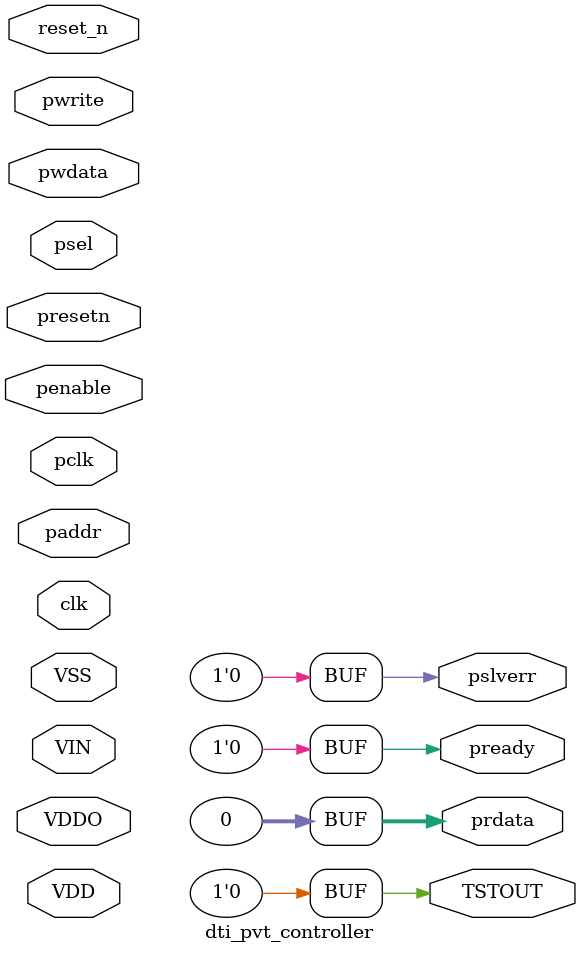
<source format=v>


module dti_pvt_controller( 
  // Port Declarations
  input   wire            VDD,      // Power Pin
  input   wire            VDDO,     // Power Pin
  input   wire            VIN,      // Input Voltage
  input   wire            VSS,      // Power Pin
  input   wire            clk,      // Core IP Clock
  input   wire    [7:0]   paddr, 
  input   wire            pclk, 
  input   wire            penable, 
  input   wire            presetn, 
  input   wire            psel, 
  input   wire    [31:0]  pwdata, 
  input   wire            pwrite, 
  input   wire            reset_n,  // System Async Reset
  output  wire            TSTOUT,   // Analog Voltage Monitoring
  output  wire    [31:0]  prdata, 
  output  wire            pready, 
  output  wire            pslverr
);


// Internal Declarations


// Local declarations

// Internal signal declarations
wire        [8:0]  C_TS;                 // Temperature Code
wire        [8:0]  C_VM;                 // Voltage Code
wire        [3:0]  DIV;                  // Division factor
wire               DONE;                 // Complete Process Monitor
wire               E;                    // Enable monitor
wire               MEAS;                 // Start Measuring for Process
wire        [9:0]  PM_C;                 // Process Monitor Code
wire        [3:0]  TRIM;                 // Resistor value adjustment for post silicon to calibrate to simulation results
wire        [3:0]  TSTEN;                // Enable Analog Voltage Monitor
wire               TS_OUT;               // Result of comparison Thermal Sensor Monitor
wire               VMRANGE;              // Voltage monitor range
wire               VM_OUT;               // Result of comparison Voltage Monitor
wire               conf_freqrange;
wire        [7:0]  paddr_ip;
wire               penable_ip;
wire        [9:0]  pm_diff;
wire               pm_done;
wire               pm_enable;
wire               pm_error;
wire               pm_faster;
wire               pm_finish;
wire               pm_start;
wire        [31:0] prdata_ip;
wire               pready_ip;
wire               psel_ip;
wire               pslverr_ip;
wire        [31:0] pwdata_ip;
wire               pwrite_ip;
wire        [4:0]  reg_t_en;
wire        [2:0]  reg_t_mstep;
wire        [7:0]  reg_t_timeout;
wire signed [4:0]  reg_ts_cal_offset;    // adjust c_din depend on silicon corner
wire signed [4:0]  reg_vm_cal_offset;    // adjust c_din depend on silicon corner
wire               req_ready;
wire               t_en_count_en;
wire               t_en_done;            // complete enable time (30ns)
wire               t_en_load;
wire               t_en_load_pm;
wire               t_en_load_ts;         // start enable timing count
wire               t_en_load_vm;         // start enable timing count
wire               t_mstep_count_en;
wire               t_mstep_done;
wire               t_mstep_load;
wire               t_mstep_load_ts;      // start step timing count
wire               t_mstep_load_vm;      // start step timing count
wire               t_timeout_count_en;
wire               t_timeout_done;
wire               t_timeout_load;
wire        [8:0]  ts_c_final;           // final code
wire               ts_done;
wire               ts_enable;            // enable to measure
wire               ts_error;             // failure in measurement 
wire               ts_finish;            // end of fsm, complete measuring
wire               ts_start;             // start to measure
wire        [8:0]  vm_c_final;           // final code
wire               vm_done;
wire               vm_enable;            // enable to measure
wire               vm_error;             // failure in measurement 
wire               vm_finish;            // end of fsm, complete measuring
wire               vm_start;             // start to measure
wire        [7:0]  waddr;
wire        [31:0] wdata;
wire               wstrobe;

assign TSTOUT  = 1'b0  ;
assign prdata  = 32'b0 ;
assign pready  = 1'b0  ;
assign pslverr = 1'b0  ;

endmodule

</source>
